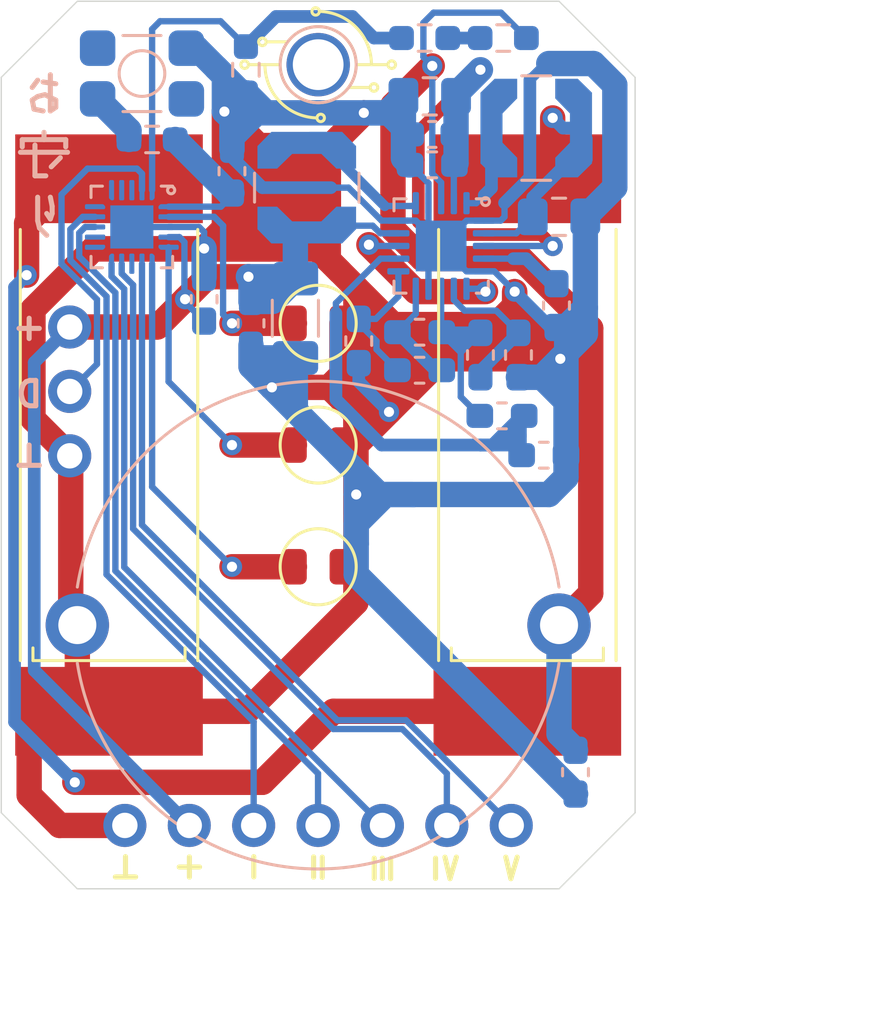
<source format=kicad_pcb>
(kicad_pcb (version 20211014) (generator pcbnew)
  (layers (0 "F.Cu" signal) (31 "B.Cu" signal) (34 "B.Paste" user) (35 "F.Paste" user) (36 "B.SilkS" user "B.Silkscreen") (37 "F.SilkS" user "F.Silkscreen") (38 "B.Mask" user) (39 "F.Mask" user) (44 "Edge.Cuts" user))
  (net 0 "")
  (net 1 "GND")
  (net 2 "Net-(C_ref1-Pad1)")
  (net 3 "Net-(L_bst1-Pad2)")
  (net 4 "Net-(J2-Pad5)")
  (net 5 "Net-(Sol_1-Pad2)")
  (net 6 "/Vsolar")
  (net 7 "/Vcc_ATTiny")
  (net 8 "/Vr_div")
  (net 9 "/Vbat_ok")
  (net 10 "Net-(J2-Pad6)")
  (net 11 "Net-(R_out1-Pad1)")
  (net 12 "Net-(R_ok1-Pad1)")
  (net 13 "Net-(R_ok2-Pad1)")
  (net 14 "/Vbat")
  (net 15 "/VCC_LED1")
  (net 16 "/VCC_LED2")
  (net 17 "Net-(L_bst2-Pad1)")
  (net 18 "Net-(R_ov1-Pad1)")
  (net 19 "/VCC_LED3")
  (net 20 "Net-(R_VDIV1_1-Pad2)")
  (net 21 "Net-(C_Reset1-Pad1)")
  (net 31 "Net-(J2-Pad7)")
  (net 32 "Net-(J2-Pad3)")
  (net 33 "Net-(J2-Pad4)")
  (net 34 "Net-(R_VDIV1_1-Pad1)")
  (net 35 "Net-(J1-Pad2)")
  (net 36 "/Interrupt")
  (net 37 "/Vstor")
  (footprint "own_footprints:KXOB25-05X3F" (layer "F.Cu") (at 33.25 30 -90)
    (fp_text reference "Sol_1" hide)
    (fp_text value "KXOB25-05X3F" hide)
  )
  (footprint "own_footprints:KXOB25-05X3F" (layer "F.Cu") (at 16.75 30 -90)
    (fp_text reference "Sol_2" hide)
    (fp_text value "KXOB25-05X3F")
  )
  (footprint "LED_SMD:LED_0805_2012Metric" (layer "F.Cu") (at 25 30 180)
    (fp_text reference "D2" hide)
    (fp_text value "LED" hide)
  )
  (footprint "LED_SMD:LED_0805_2012Metric" (layer "F.Cu") (at 25 25.2 180)
    (fp_text reference "D1" hide)
    (fp_text value "LED" hide)
  )
  (footprint "LED_SMD:LED_0805_2012Metric" (layer "F.Cu") (at 25 34.8 180)
    (fp_text reference "D3" hide)
    (fp_text value "LED" hide)
  )
  (footprint "Connector_PinHeader_2.54mm:PinHeader_1x07_P2.54mm_Vertical" (layer "F.Cu") (at 17.375 45 90)
    (fp_text reference "J2" hide)
    (fp_text value "Conn_01x07_Female" hide)
  )
  (footprint "Connector_Pin:Pin_D1.0mm_L10.0mm" (layer "F.Cu") (at 25 15)
    (fp_text reference "REF**" hide)
    (fp_text value "Pin_D1.0mm_L10.0mm" hide)
  )
  (footprint "own_footprints:Supercap_1F" (layer "B.Cu") (at 25 37.1)
    (fp_text reference "C_super1" hide)
    (fp_text value "1.5F" hide)
  )
  (footprint "Capacitor_SMD:C_0603_1608Metric_Pad1.05x0.95mm_HandSolder" (layer "B.Cu") (at 29.5 18.95 180)
    (fp_text reference "C_filter1" hide)
    (fp_text value "10nF" hide)
  )
  (footprint "Capacitor_SMD:C_0805_2012Metric_Pad1.18x1.45mm_HandSolder" (layer "B.Cu") (at 34.5 21)
    (fp_text reference "C_hvr1" hide)
    (fp_text value "22uF" hide)
  )
  (footprint "Capacitor_SMD:C_0603_1608Metric_Pad1.08x0.95mm_HandSolder" (layer "B.Cu") (at 34.4 24.5 -90)
    (fp_text reference "C_ref1" hide)
    (fp_text value "10nF" hide)
  )
  (footprint "Inductor_SMD:L_Coilcraft_LPS4018" (layer "B.Cu") (at 33.6 17.5 180)
    (fp_text reference "L_bst1" hide)
    (fp_text value "22uH" hide)
  )
  (footprint "Resistor_SMD:R_0603_1608Metric_Pad1.05x0.95mm_HandSolder" (layer "B.Cu") (at 29 25.55 180)
    (fp_text reference "R_ok3" hide)
    (fp_text value "3.71M" hide)
  )
  (footprint "Resistor_SMD:R_0603_1608Metric_Pad1.05x0.95mm_HandSolder" (layer "B.Cu") (at 29 27.05 180)
    (fp_text reference "R_ok2" hide)
    (fp_text value "3M" hide)
  )
  (footprint "Resistor_SMD:R_0603_1608Metric_Pad1.05x0.95mm_HandSolder" (layer "B.Cu") (at 26.6 25.9 -90)
    (fp_text reference "R_ok1" hide)
    (fp_text value "6.29M" hide)
  )
  (footprint "Resistor_SMD:R_0603_1608Metric_Pad1.05x0.95mm_HandSolder" (layer "B.Cu") (at 31.4 26.45 -90)
    (fp_text reference "R_ov2" hide)
    (fp_text value "8.71M" hide)
  )
  (footprint "Resistor_SMD:R_0603_1608Metric_Pad1.05x0.95mm_HandSolder" (layer "B.Cu") (at 32.9 26.45 -90)
    (fp_text reference "R_ov1" hide)
    (fp_text value "4.29M" hide)
  )
  (footprint "Resistor_SMD:R_0603_1608Metric_Pad1.05x0.95mm_HandSolder" (layer "B.Cu") (at 32.25 28.85)
    (fp_text reference "R_out2" hide)
    (fp_text value "4.26M" hide)
  )
  (footprint "Resistor_SMD:R_0603_1608Metric_Pad1.05x0.95mm_HandSolder" (layer "B.Cu") (at 33.9 30.4)
    (fp_text reference "R_out1" hide)
    (fp_text value "8.74M" hide)
  )
  (footprint "own_footprints:TS-1233" (layer "B.Cu") (at 18.05 15.35 180)
    (fp_text reference "U3" hide)
    (fp_text value "TS-1233" hide)
  )
  (footprint "Capacitor_SMD:C_0805_2012Metric_Pad1.18x1.45mm_HandSolder" (layer "B.Cu") (at 29.4 16.25 180)
    (fp_text reference "C_Stor1" hide)
    (fp_text value "22uF" hide)
  )
  (footprint "Capacitor_SMD:C_1206_3216Metric_Pad1.33x1.80mm_HandSolder" (layer "B.Cu") (at 24.1 25 -90)
    (fp_text reference "C_uC_Filter1" hide)
    (fp_text value "100uF" hide)
  )
  (footprint "Inductor_SMD:L_Coilcraft_LPS4018" (layer "B.Cu") (at 24.55 19.85 -90)
    (fp_text reference "L_bst2" hide)
    (fp_text value "10uH" hide)
  )
  (footprint "Package_DFN_QFN:QFN-20-1EP_3.5x3.5mm_P0.5mm_EP2x2mm" (layer "B.Cu") (at 29.85 22.15 180)
    (fp_text reference "U1" hide)
    (fp_text value "BQ25570" hide)
  )
  (footprint "Connector_PinHeader_2.54mm:PinHeader_1x03_P2.54mm_Vertical" (layer "B.Cu") (at 15.2 30.425)
    (fp_text reference "J1" hide)
    (fp_text value "Conn_01x03_Female" hide)
  )
  (footprint "Capacitor_SMD:C_0603_1608Metric_Pad1.08x0.95mm_HandSolder" (layer "B.Cu") (at 22.35 25.2 -90)
    (fp_text reference "C_uC_Filter2" hide)
    (fp_text value "10nF" hide)
  )
  (footprint "Resistor_SMD:R_0603_1608Metric_Pad0.98x0.95mm_HandSolder" (layer "B.Cu") (at 18.45 17.95)
    (fp_text reference "R_Reset1" hide)
    (fp_text value "10M" hide)
  )
  (footprint "Capacitor_SMD:C_0603_1608Metric_Pad1.08x0.95mm_HandSolder" (layer "B.Cu") (at 21.6 19.2 90)
    (fp_text reference "C_Reset1" hide)
    (fp_text value "0.1uF" hide)
  )
  (footprint "Capacitor_SMD:C_0603_1608Metric_Pad1.08x0.95mm_HandSolder" (layer "B.Cu") (at 29.5 17.75 180)
    (fp_text reference "C_filter2" hide)
    (fp_text value "100nF" hide)
  )
  (footprint "Resistor_SMD:R_0603_1608Metric_Pad0.98x0.95mm_HandSolder" (layer "B.Cu") (at 32.3 13.95)
    (fp_text reference "R_VDIV1_2" hide)
    (fp_text value "10M" hide)
  )
  (footprint "Resistor_SMD:R_0603_1608Metric_Pad0.98x0.95mm_HandSolder" (layer "B.Cu") (at 29.2 13.95)
    (fp_text reference "R_VDIV1_1" hide)
    (fp_text value "8.5M" hide)
  )
  (footprint "Capacitor_SMD:C_0603_1608Metric_Pad1.08x0.95mm_HandSolder" (layer "B.Cu") (at 35.15 42.9 -90)
    (fp_text reference "C_uC_Filter4" hide)
    (fp_text value "10nF" hide)
  )
  (footprint "Package_DFN_QFN:VQFN-20-1EP_3x3mm_P0.4mm_EP1.7x1.7mm" (layer "B.Cu") (at 17.65 21.4 180)
    (fp_text reference "U2" hide)
    (fp_text value "ATtiny1626" hide)
  )
  (footprint "Resistor_SMD:R_0603_1608Metric_Pad0.98x0.95mm_HandSolder" (layer "B.Cu") (at 22.15 15.2 -90)
    (fp_text reference "R_VDIV2" hide)
    (fp_text value "9M" hide)
  )
  (footprint "Capacitor_SMD:C_0603_1608Metric_Pad1.08x0.95mm_HandSolder" (layer "B.Cu") (at 20.5 24.25 90)
    (fp_text reference "C_uC_Filter3" hide)
    (fp_text value "100nF" hide)
  )
  (gr_line (start 13.6 30) (end 13.6 30.8) (layer "B.SilkS") (width 0.2))
  (gr_circle (center 31.6 20.4) (end 31.71 20.29) (layer "B.SilkS") (width 0.12) (fill none))
  (gr_circle (center 19.2 19.95) (end 19.3 19.85) (layer "B.SilkS") (width 0.12) (fill none))
  (gr_circle (center 25 15) (end 26.5 15) (layer "B.SilkS") (width 0.12) (fill none))
  (gr_line (start 13.2 30.8) (end 14 30.8) (layer "B.SilkS") (width 0.2))
  (gr_line (start 14 25.4) (end 13.2 25.4) (layer "B.SilkS") (width 0.2))
  (gr_line (start 13.6 25) (end 13.6 25.8) (layer "B.SilkS") (width 0.2))
  (gr_circle (center 24.9 12.9) (end 24.754112 12.888312) (layer "F.SilkS") (width 0.12) (fill none))
  (gr_circle (center 27.9 15) (end 27.75 15) (layer "F.SilkS") (width 0.12) (fill none))
  (gr_circle (center 27.2 15.9) (end 27.05 15.9) (layer "F.SilkS") (width 0.12) (fill none))
  (gr_line (start 23.8 14.1) (end 23 14.1) (layer "F.SilkS") (width 0.12))
  (gr_circle (center 25.1 17.1) (end 25.245888 17.111688) (layer "F.SilkS") (width 0.12) (fill none))
  (gr_line (start 23.5 15) (end 22.25 15) (layer "F.SilkS") (width 0.12))
  (gr_arc (start 24.900113 17.097623) (mid 23.480171 16.449179) (end 22.9 15) (layer "F.SilkS") (width 0.12))
  (gr_circle (center 22.8 14.1) (end 22.95 14.1) (layer "F.SilkS") (width 0.12) (fill none))
  (gr_line (start 24.82 46.24) (end 24.82 47.04) (layer "F.SilkS") (width 0.2))
  (gr_line (start 32.4 46.25) (end 32.6 47.1) (layer "F.SilkS") (width 0.2))
  (gr_line (start 29.63 46.29) (end 29.63 47.09) (layer "F.SilkS") (width 0.2))
  (gr_line (start 27.53 46.29) (end 27.53 47.09) (layer "F.SilkS") (width 0.2))
  (gr_line (start 27.86 46.3) (end 27.86 47.1) (layer "F.SilkS") (width 0.2))
  (gr_circle (center 25 15) (end 26.5 15) (layer "F.SilkS") (width 0.12) (fill none))
  (gr_line (start 32.6 47.1) (end 32.85 46.25) (layer "F.SilkS") (width 0.2))
  (gr_circle (center 25 30) (end 26.5 30) (layer "F.SilkS") (width 0.12) (fill none))
  (gr_arc (start 25.099887 12.902377) (mid 26.519829 13.550821) (end 27.1 15) (layer "F.SilkS") (width 0.12))
  (gr_circle (center 22.1 15) (end 21.95 15) (layer "F.SilkS") (width 0.12) (fill none))
  (gr_line (start 27.21 46.29) (end 27.21 47.09) (layer "F.SilkS") (width 0.2))
  (gr_line (start 22.46 46.23) (end 22.46 47.03) (layer "F.SilkS") (width 0.2))
  (gr_line (start 26.5 15) (end 27.75 15) (layer "F.SilkS") (width 0.12))
  (gr_line (start 30.2 47.1) (end 30.45 46.25) (layer "F.SilkS") (width 0.2))
  (gr_line (start 30 46.25) (end 30.2 47.1) (layer "F.SilkS") (width 0.2))
  (gr_circle (center 25 25.2) (end 26.5 25.2) (layer "F.SilkS") (width 0.12) (fill none))
  (gr_line (start 26.2 15.9) (end 27 15.9) (layer "F.SilkS") (width 0.12))
  (gr_line (start 19.92 46.24) (end 19.92 47.04) (layer "F.SilkS") (width 0.2))
  (gr_circle (center 25 34.8) (end 26.5 34.8) (layer "F.SilkS") (width 0.12) (fill none))
  (gr_line (start 20.32 46.64) (end 19.52 46.64) (layer "F.SilkS") (width 0.2))
  (gr_line (start 25.16 46.25) (end 25.16 47.05) (layer "F.SilkS") (width 0.2))
  (gr_line (start 17 47.03) (end 17.8 47.03) (layer "F.SilkS") (width 0.2))
  (gr_line (start 17.4 46.23) (end 17.4 47.03) (layer "F.SilkS") (width 0.2))
  (gr_line (start 12.5 44.5) (end 12.5 15.5) (layer "Edge.Cuts") (width 0.05))
  (gr_line (start 34.5 47.5) (end 15.5 47.5) (layer "Edge.Cuts") (width 0.05))
  (gr_line (start 37.5 15.5) (end 37.5 44.5) (layer "Edge.Cuts") (width 0.05))
  (gr_line (start 37.5 44.5) (end 34.5 47.5) (layer "Edge.Cuts") (width 0.05))
  (gr_line (start 12.5 15.5) (end 15.5 12.5) (layer "Edge.Cuts") (width 0.05))
  (gr_line (start 15.5 12.5) (end 34.5 12.5) (layer "Edge.Cuts") (width 0.05))
  (gr_line (start 15.5 47.5) (end 12.5 44.5) (layer "Edge.Cuts") (width 0.05))
  (gr_line (start 34.5 12.5) (end 37.5 15.5) (layer "Edge.Cuts") (width 0.05))
  (gr_text "お\n守\nり" (at 14.15 18.7) (layer "B.SilkS") (effects (font (size 1.5 1.5) (thickness 0.2)) (justify mirror)))
  (gr_text "D" (at 13.6 28) (layer "B.SilkS") (effects (font (size 1 1) (thickness 0.2)) (justify mirror)))
  (segment (start 22.62404 20.65) (end 24.23702 22.26298) (width 1) (layer "F.Cu") (net 1))
  (segment (start 26.4875 29.48648) (end 26.4875 28.7625) (width 1) (layer "F.Cu") (net 1))
  (segment (start 32.75 24.515685) (end 32.015685 25.25) (width 1) (layer "F.Cu") (net 1))
  (segment (start 28.032748 26) (end 28.141374 25.891374) (width 1) (layer "F.Cu") (net 1))
  (segment (start 13.750489 24.649511) (end 15.875 22.525) (width 1) (layer "F.Cu") (net 1))
  (segment (start 25.510563 18.189437) (end 24.310563 18.189437) (width 1) (layer "F.Cu") (net 1))
  (segment (start 21.3 16.85) (end 21.38702 16.93702) (width 1) (layer "F.Cu") (net 1))
  (segment (start 16.13702 22.26298) (end 16.05 22.35) (width 1) (layer "F.Cu") (net 1))
  (segment (start 13.750489 24.649511) (end 13.750489 28.975489) (width 1) (layer "F.Cu") (net 1))
  (segment (start 21.38702 16.93702) (end 21.38702 17.98702) (width 1) (layer "F.Cu") (net 1))
  (segment (start 29.5 25.75) (end 33.7 25.75) (width 1) (layer "F.Cu") (net 1))
  (segment (start 14.5 40.5) (end 13.6 41.4) (width 1) (layer "F.Cu") (net 1))
  (segment (start 18.01298 22.26298) (end 24.96298 22.26298) (width 1) (layer "F.Cu") (net 1))
  (segment (start 13.6 41.4) (end 13.6 43.8) (width 1) (layer "F.Cu") (net 1))
  (segment (start 22.3 17.85) (end 21.3 16.85) (width 1) (layer "F.Cu") (net 1))
  (segment (start 23.175 27.725) (end 25.425 27.725) (width 1) (layer "F.Cu") (net 1))
  (segment (start 15.5 39.25) (end 16.75 40.5) (width 1) (layer "F.Cu") (net 1))
  (segment (start 32.015685 25.25) (end 30.75 25.25) (width 1) (layer "F.Cu") (net 1))
  (segment (start 22.2 40.5) (end 16.75 40.5) (width 1) (layer "F.Cu") (net 1))
  (segment (start 23.339437 18.189437) (end 25.4 20.25) (width 1) (layer "F.Cu") (net 1))
  (segment (start 15.5 37.25) (end 15.5 39.25) (width 1) (layer "F.Cu") (net 1))
  (segment (start 25.425 27.725) (end 25.45 27.725) (width 1) (layer "F.Cu") (net 1))
  (segment (start 25.9375 27.2125) (end 25.9375 25.2) (width 1) (layer "F.Cu") (net 1))
  (segment (start 15.875 22.525) (end 16.13702 22.26298) (width 1) (layer "F.Cu") (net 1))
  (segment (start 26.825 27.725) (end 27.79375 28.69375) (width 1) (layer "F.Cu") (net 1))
  (segment (start 21.3 16.85) (end 21.3 21.45) (width 1) (layer "F.Cu") (net 1))
  (segment (start 27.79375 28.69375) (end 26.4875 30) (width 1) (layer "F.Cu") (net 1))
  (segment (start 26.4875 27.25) (end 26.4875 29.48648) (width 1) (layer "F.Cu") (net 1))
  (segment (start 23.06298 22.26298) (end 20.58702 22.26298) (width 1) (layer "F.Cu") (net 1))
  (segment (start 26.4875 27.545247) (end 27.766373 26.266373) (width 1) (layer "F.Cu") (net 1))
  (segment (start 25.4 19.278874) (end 25.4 18.3) (width 1) (layer "F.Cu") (net 1))
  (segment (start 21.38702 17.98702) (end 24.6 21.2) (width 1) (layer "F.Cu") (net 1))
  (segment (start 27.766373 26.266373) (end 28.141374 25.891374) (width 1) (layer "F.Cu") (net 1))
  (segment (start 25.425 27.725) (end 26.825 27.725) (width 1) (layer "F.Cu") (net 1))
  (segment (start 22.639437 18.189437) (end 22.3 17.85) (width 1) (layer "F.Cu") (net 1))
  (segment (start 15.24 30.48) (end 15.24 36.99) (width 1) (layer "F.Cu") (net 1))
  (segment (start 15.875 22.525) (end 16.05 22.35) (width 1) (layer "F.Cu") (net 1))
  (segment (start 25.4 19.278874) (end 24.310563 18.189437) (width 1) (layer "F.Cu") (net 1))
  (segment (start 29.8875 26.6) (end 27.79375 28.69375) (width 1) (layer "F.Cu") (net 1))
  (segment (start 25.4 21.1) (end 24.6 21.9) (width 1) (layer "F.Cu") (net 1))
  (segment (start 14.8 45) (end 17.375 45) (width 1) (layer "F.Cu") (net 1))
  (segment (start 33.7 25.75) (end 34.55 26.6) (width 1) (layer "F.Cu") (net 1))
  (segment (start 23.06298 22.26298) (end 21.38702 22.26298) (width 1) (layer "F.Cu") (net 1))
  (segment (start 25.4 22.7) (end 25.4 19.278874) (width 1) (layer "F.Cu") (net 1))
  (segment (start 32.015685 25.25) (end 33.2 25.25) (width 1) (layer "F.Cu") (net 1))
  (segment (start 13.750489 28.975489) (end 15.2 30.425) (width 1) (layer "F.Cu") (net 1))
  (segment (start 25.85 23.15) (end 25.4 22.7) (width 1) (layer "F.Cu") (net 1))
  (segment (start 23.339437 18.189437) (end 22.639437 18.189437) (width 1) (layer "F.Cu") (net 1))
  (segment (start 24.310563 18.189437) (end 23.339437 18.189437) (width 1) (layer "F.Cu") (net 1))
  (segment (start 21.38702 18.68702) (end 21.38702 22.26298) (width 1) (layer "F.Cu") (net 1))
  (segment (start 24.6 21.9) (end 24.23702 22.26298) (width 1) (layer "F.Cu") (net 1))
  (segment (start 24.23702 22.26298) (end 23.06298 22.26298) (width 1) (layer "F.Cu") (net 1))
  (segment (start 22.2 19.5) (end 22.2 20.65) (width 1) (layer "F.Cu") (net 1))
  (segment (start 34.55 26.6) (end 29.8875 26.6) (width 1) (layer "F.Cu") (net 1))
  (segment (start 26.4875 28.7625) (end 26.4875 29.50248) (width 1) (layer "F.Cu") (net 1))
  (segment (start 16.75 40.5) (end 14.5 40.5) (width 1) (layer "F.Cu") (net 1))
  (segment (start 26.4875 36.2125) (end 22.2 40.5) (width 1) (layer "F.Cu") (net 1))
  (segment (start 26.4875 36.2125) (end 26.4875 23.7875) (width 1) (layer "F.Cu") (net 1))
  (segment (start 30.75 25.25) (end 28.782747 25.25) (width 1) (layer "F.Cu") (net 1))
  (segment (start 25.4 19.278874) (end 25.4 21.1) (width 1) (layer "F.Cu") (net 1))
  (segment (start 25.4 20.95) (end 22.3 17.85) (width 1) (layer "F.Cu") (net 1))
  (segment (start 26.8 16.9) (end 25.510563 18.189437) (width 1) (layer "F.Cu") (net 1))
  (segment (start 28.141374 25.891374) (end 28.782747 25.25) (width 1) (layer "F.Cu") (net 1))
  (segment (start 21.38702 22.26298) (end 18.01298 22.26298) (width 1) (layer "F.Cu") (net 1))
  (segment (start 32.75 23.95) (end 32.75 24.8) (width 1) (layer "F.Cu") (net 1))
  (segment (start 25.4 18.3) (end 26.8 16.9) (width 1) (layer "F.Cu") (net 1))
  (segment (start 22.2 21.6) (end 24.3 21.6) (width 1) (layer "F.Cu") (net 1))
  (segment (start 24.96298 22.26298) (end 25.4 22.7) (width 1) (layer "F.Cu") (net 1))
  (segment (start 24.3 21.6) (end 24.6 21.9) (width 1) (layer "F.Cu") (net 1))
  (segment (start 24.96298 22.26298) (end 25.85 23.15) (width 1) (layer "F.Cu") (net 1))
  (segment (start 25.45 27.725) (end 26.4875 28.7625) (width 1) (layer "F.Cu") (net 1))
  (segment (start 25.425 27.725) (end 25.9375 27.2125) (width 1) (layer "F.Cu") (net 1))
  (segment (start 16.13702 22.26298) (end 24.96298 22.26298) (width 1) (layer "F.Cu") (net 1))
  (segment (start 13.6 43.8) (end 14.8 45) (width 1) (layer "F.Cu") (net 1))
  (segment (start 26.4875 26) (end 26.4875 23.7875) (width 1) (layer "F.Cu") (net 1))
  (segment (start 24.6 21.2) (end 24.6 21.9) (width 1) (layer "F.Cu") (net 1))
  (segment (start 26.4875 28.7625) (end 29.5 25.75) (width 1) (layer "F.Cu") (net 1))
  (segment (start 26.4875 23.7875) (end 25.85 23.15) (width 1) (layer "F.Cu") (net 1))
  (segment (start 22.2 20.65) (end 22.2 21.6) (width 1) (layer "F.Cu") (net 1))
  (segment (start 18.01298 22.26298) (end 16.13702 22.26298) (width 1) (layer "F.Cu") (net 1))
  (segment (start 22.025 19.325) (end 21.38702 18.68702) (width 1) (layer "F.Cu") (net 1))
  (segment (start 26.4875 30) (end 26.4875 27.545247) (width 1) (layer "F.Cu") (net 1))
  (segment (start 15.24 36.99) (end 15.5 37.25) (width 1) (layer "F.Cu") (net 1))
  (segment (start 32.75 24.8) (end 33.7 25.75) (width 1) (layer "F.Cu") (net 1))
  (segment (start 24.6 21.9) (end 25.4 22.7) (width 1) (layer "F.Cu") (net 1))
  (segment (start 30.75 25.25) (end 26.625 25.25) (width 1) (layer "F.Cu") (net 1))
  (segment (start 27.95 25.25) (end 28.782747 25.25) (width 1) (layer "F.Cu") (net 1))
  (segment (start 32.75 23.95) (end 32.75 24.515685) (width 1) (layer "F.Cu") (net 1))
  (segment (start 26.4875 26) (end 28.032748 26) (width 1) (layer "F.Cu") (net 1))
  (segment (start 22.025 19.325) (end 22.2 19.5) (width 1) (layer "F.Cu") (net 1))
  (segment (start 26.4875 32.75) (end 26.4875 27.25) (width 1) (layer "F.Cu") (net 1))
  (segment (start 21.38702 17.98702) (end 21.38702 18.68702) (width 1) (layer "F.Cu") (net 1))
  (segment (start 26.4875 23.7875) (end 27.95 25.25) (width 1) (layer "F.Cu") (net 1))
  (segment (start 21.3 21.45) (end 20.5 22.25) (width 1) (layer "F.Cu") (net 1))
  (segment (start 25.4 21.1) (end 25.4 20.95) (width 1) (layer "F.Cu") (net 1))
  (segment (start 24.6 21.9) (end 22.025 19.325) (width 1) (layer "F.Cu") (net 1))
  (segment (start 22.2 20.65) (end 22.62404 20.65) (width 1) (layer "F.Cu") (net 1))
  (segment (start 25.4 20.25) (end 25.4 21.1) (width 1) (layer "F.Cu") (net 1))
  (segment (start 33.2 25.25) (end 33.7 25.75) (width 1) (layer "F.Cu") (net 1))
  (via (at 20.5 22.25) (size 0.8) (drill 0.4) (layers "F.Cu" "B.Cu") (net 1))
  (via (at 27.79375 28.69375) (size 0.8) (drill 0.4) (layers "F.Cu" "B.Cu") (net 1))
  (via (at 26.5 31.95) (size 0.8) (drill 0.4) (layers "F.Cu" "B.Cu") (net 1))
  (via (at 23.175 27.725) (size 0.8) (drill 0.4) (layers "F.Cu" "B.Cu") (net 1))
  (via (at 26.8 16.9) (size 0.8) (drill 0.4) (layers "F.Cu" "B.Cu") (net 1))
  (via (at 21.3 16.85) (size 0.8) (drill 0.4) (layers "F.Cu" "B.Cu") (net 1))
  (via (at 32.75 23.95) (size 0.8) (drill 0.4) (layers "F.Cu" "B.Cu") (net 1))
  (via (at 34.55 26.6) (size 0.8) (drill 0.4) (layers "F.Cu" "B.Cu") (net 1))
  (segment (start 22.8125 26.5625) (end 22.8125 26.6125) (width 1) (layer "B.Cu") (net 1))
  (segment (start 34.775 30.4) (end 34.775 31.275) (width 1) (layer "B.Cu") (net 1))
  (segment (start 26.5 31.05) (end 25.825 30.375) (width 1) (layer "B.Cu") (net 1))
  (segment (start 22.8125 26.6125) (end 24.1 27.9) (width 1) (layer "B.Cu") (net 1))
  (segment (start 33.35 15.6) (end 33.35 19.45) (width 0.5) (layer "B.Cu") (net 1))
  (segment (start 32.2 21.15) (end 31.5375 21.15) (width 0.25) (layer "B.Cu") (net 1))
  (segment (start 26.6 26.775) (end 26.6 27.5) (width 0.5) (layer "B.Cu") (net 1))
  (segment (start 15.5 37.35) (end 15.5 37.25) (width 1) (layer "B.Cu") (net 1))
  (segment (start 24.1 27.9) (end 24.1 28.65) (width 1) (layer "B.Cu") (net 1))
  (segment (start 22.35 26.9) (end 22.35 26.0625) (width 1) (layer "B.Cu") (net 1))
  (segment (start 27.4 31.95) (end 28.75 31.95) (width 1) (layer "B.Cu") (net 1))
  (segment (start 34.775 28.275) (end 33.825 27.325) (width 1) (layer "B.Cu") (net 1))
  (segment (start 28.3625 16.25) (end 28.3625 18.6875) (width 1) (layer "B.Cu") (net 1))
  (segment (start 21.3 16.85) (end 22.6 16.85) (width 1) (layer "B.Cu") (net 1))
  (segment (start 34.775 26.375) (end 34.55 26.6) (width 1) (layer "B.Cu") (net 1))
  (segment (start 26.5 33.9) (end 26.5 31.95) (width 1) (layer "B.Cu") (net 1))
  (segment (start 35.5375 25.6125) (end 34.55 26.6) (width 1) (layer "B.Cu") (net 1))
  (segment (start 15.5 37.25) (end 14.95 36.7) (width 1) (layer "B.Cu") (net 1))
  (segment (start 33.99452 14.95548) (end 34.09452 14.95548) (width 0.25) (layer "B.Cu") (net 1))
  (segment (start 34.775 28.275) (end 34.775 26.375) (width 1) (layer "B.Cu") (net 1))
  (segment (start 22.15 16.1125) (end 21.9625 16.1125) (width 1) (layer "B.Cu") (net 1))
  (segment (start 36.7 15.8) (end 35.85548 14.95548) (width 1) (layer "B.Cu") (net 1))
  (segment (start 21.6 18.3375) (end 21.6 16.6625) (width 1) (layer "B.Cu") (net 1))
  (segment (start 28.925 18.925) (end 28.9 18.9) (width 0.25) (layer "B.Cu") (net 1))
  (segment (start 29.35 19.675) (end 28.625 18.95) (width 0.25) (layer "B.Cu") (net 1))
  (segment (start 21.6 16.6625) (end 22.15 16.1125) (width 1) (layer "B.Cu") (net 1))
  (segment (start 33.85 27.325) (end 32.9 27.325) (width 1) (layer "B.Cu") (net 1))
  (segment (start 31.5375 23.15) (end 30.85 23.15) (width 0.25) (layer "B.Cu") (net 1))
  (segment (start 32.75 23.95) (end 34.55 25.75) (width 0.5) (layer "B.Cu") (net 1))
  (segment (start 26.6 27.5) (end 27.79375 28.69375) (width 0.5) (layer "B.Cu") (net 1))
  (segment (start 35.5375 21) (end 35.5375 24.5875) (width 1) (layer "B.Cu") (net 1))
  (segment (start 26.8 16.9) (end 27.7125 16.9) (width 1) (layer "B.Cu") (net 1))
  (segment (start 35.15 43.758725) (end 26.5 35.108725) (width 1) (layer "B.Cu") (net 1))
  (segment (start 26.5 33.1) (end 27.65 31.95) (width 1) (layer "B.Cu") (net 1))
  (segment (start 35.5125 21.025) (end 35.5375 21) (width 1) (layer "B.Cu") (net 1))
  (segment (start 26.5 33.9) (end 26.5 33.1) (width 1) (layer "B.Cu") (net 1))
  (segment (start 23.175 27.725) (end 22.35 26.9) (width 1) (layer "B.Cu") (net 1))
  (segment (start 22.8125 26.5625) (end 24.1 26.5625) (width 1) (layer "B.Cu") (net 1))
  (segment (start 24.1 26.5625) (end 24.1 27.9) (width 1) (layer "B.Cu") (net 1))
  (segment (start 34.4 25.3625) (end 34.7625 25.3625) (width 1) (layer "B.Cu") (net 1))
  (segment (start 21.6 17.15) (end 21.6 18.3375) (width 1) (layer "B.Cu") (net 1))
  (segment (start 34.775 30.4) (end 34.775 28.275) (width 1) (layer "B.Cu") (net 1))
  (segment (start 21.3 15.45) (end 21.3 16.85) (width 1) (layer "B.Cu") (net 1))
  (segment (start 27.5 21.15) (end 26.2 19.85) (width 0.25) (layer "B.Cu") (net 1))
  (segment (start 33.35 15.6) (end 33.99452 14.95548) (width 0.4) (layer "B.Cu") (net 1))
  (segment (start 29.35 20.4625) (end 29.35 19.675) (width 0.25) (layer "B.Cu") (net 1))
  (segment (start 35.85548 14.95548) (end 34.09452 14.95548) (width 1) (layer "B.Cu") (net 1))
  (segment (start 24.1 28.65) (end 24.175 28.725) (width 1) (layer "B.Cu") (net 1))
  (segment (start 21.6 18.65) (end 22.8 19.85) (width 0.5) (layer "B.Cu") (net 1))
  (segment (start 31.95 23.15) (end 31.5375 23.15) (width 0.25) (layer "B.Cu") (net 1))
  (segment (start 22.6 16.85) (end 21.6 17.85) (width 1) (layer "B.Cu") (net 1))
  (segment (start 25.825 30.375) (end 24.175 28.725) (width 1) (layer "B.Cu") (net 1))
  (segment (start 26.5 35.108725) (end 26.5 33.9) (width 1) (layer "B.Cu") (net 1))
  (segment (start 34.775 31.275) (end 34.1 31.95) (width 1) (layer "B.Cu") (net 1))
  (segment (start 33.35 19.45) (end 32.35 20.45) (width 0.5) (layer "B.Cu") (net 1))
  (segment (start 32.9 27.325) (end 33.825 27.325) (width 1) (layer "B.Cu") (net 1))
  (segment (start 19.23 21.4) (end 17.78 21.4) (width 0.25) (layer "B.Cu") (net 1))
  (segment (start 29.35 20.4625) (end 29.35 21.65) (width 0.25) (layer "B.Cu") (net 1))
  (segment (start 27.5 21.15) (end 28.1625 21.15) (width 0.25) (layer "B.Cu") (net 1))
  (segment (start 35.15 43.7625) (end 35.15 43.758725) (width 1) (layer "B.Cu") (net 1))
  (segment (start 29.35 23.8375) (end 29.35 22.65) (width 0.25) (layer "B.Cu") (net 1))
  (segment (start 26.5 31.95) (end 26.5 31.05) (width 1) (layer "B.Cu") (net 1))
  (segment (start 32.35 20.45) (end 32.35 21) (width 0.25) (layer "B.Cu") (net 1))
  (segment (start 34.5 26.65) (end 34.55 26.6) (width 1) (layer "B.Cu") (net 1))
  (segment (start 20.975 15.125) (end 20.2 14.35) (width 1) (layer "B.Cu") (net 1))
  (segment (start 21.9625 16.1125) (end 20.975 15.125) (width 1) (layer "B.Cu") (net 1))
  (segment (start 21.3 16.85) (end 21.6 17.15) (width 1) (layer "B.Cu") (net 1))
  (segment (start 25.825 30.375) (end 27.4 31.95) (width 1) (layer "B.Cu") (net 1))
  (segment (start 26.2 19.85) (end 25.5 19.85) (width 0.25) (layer "B.Cu") (net 1))
  (segment (start 22.8 19.85) (end 25.5 19.85) (width 0.5) (layer "B.Cu") (net 1))
  (segment (start 32.35 21) (end 32.2 21.15) (width 0.25) (layer "B.Cu") (net 1))
  (segment (start 21.6 17.85) (end 21.6 18.3375) (width 1) (layer "B.Cu") (net 1))
  (segment (start 36.7 15.8) (end 36.7 19.8375) (width 1) (layer "B.Cu") (net 1))
  (segment (start 27.7875 16.9) (end 28.6375 17.75) (width 1) (layer "B.Cu") (net 1))
  (segment (start 22.15 16.1125) (end 22.8875 16.85) (width 1) (layer "B.Cu") (net 1))
  (segment (start 21.3 16.85) (end 21.4125 16.85) (width 1) (layer "B.Cu") (net 1))
  (segment (start 28.85 21.15) (end 29.85 22.15) (width 0.25) (layer "B.Cu") (net 1))
  (segment (start 36.7 19.8375) (end 35.5375 21) (width 1) (layer "B.Cu") (net 1))
  (segment (start 20.2 14.35) (end 19.8 14.35) (width 1) (layer "B.Cu") (net 1))
  (segment (start 24.175 28.725) (end 23.175 27.725) (width 1) (layer "B.Cu") (net 1))
  (segment (start 33.825 27.325) (end 34.55 26.6) (width 1) (layer "B.Cu") (net 1))
  (segment (start 31.5375 21.15) (end 30.85 21.15) (width 0.25) (layer "B.Cu") (net 1))
  (segment (start 30.85 23.15) (end 29.85 22.15) (width 0.25) (layer "B.Cu") (net 1))
  (segment (start 21.6 18.3375) (end 21.6 18.65) (width 0.25) (layer "B.Cu") (net 1))
  (segment (start 28.1625 21.15) (end 28.85 21.15) (width 0.25) (layer "B.Cu") (net 1))
  (segment (start 20.3 21.4) (end 20.5 21.6) (width 0.25) (layer "B.Cu") (net 1))
  (segment (start 20.975 15.125) (end 21.3 15.45) (width 1) (layer "B.Cu") (net 1))
  (segment (start 35.5375 24.5875) (end 35.5375 25.6125) (width 1) (layer "B.Cu") (net 1))
  (segment (start 30.85 21.15) (end 29.85 22.15) (width 0.25) (layer "B.Cu") (net 1))
  (segment (start 21.4125 16.85) (end 22.15 16.1125) (width 1) (layer "B.Cu") (net 1))
  (segment (start 26.8 16.9) (end 27.7875 16.9) (width 1) (layer "B.Cu") (net 1))
  (segment (start 26.8 16.9) (end 22.55 16.9) (width 1) (layer "B.Cu") (net 1))
  (segment (start 34.1 31.95) (end 28.75 31.95) (width 1) (layer "B.Cu") (net 1))
  (segment (start 19.1 21.4) (end 20.3 21.4) (width 0.25) (layer "B.Cu") (net 1))
  (segment (start 32.75 23.95) (end 31.95 23.15) (width 0.25) (layer "B.Cu") (net 1))
  (segment (start 28.75 31.95) (end 27.65 31.95) (width 1) (layer "B.Cu") (net 1))
  (segment (start 26.625 27.05) (end 26.575 27) (width 0.5) (layer "B.Cu") (net 1))
  (segment (start 29.35 22.65) (end 29.85 22.15) (width 0.25) (layer "B.Cu") (net 1))
  (segment (start 20.5 21.6) (end 20.5 22.25) (width 0.25) (layer "B.Cu") (net 1))
  (segment (start 28.3625 18.6875) (end 28.625 18.95) (width 1) (layer "B.Cu") (net 1))
  (segment (start 20.5 22.25) (end 20.5 23.3875) (width 1) (layer "B.Cu") (net 1))
  (segment (start 27.65 31.95) (end 26.5 31.95) (width 1) (layer "B.Cu") (net 1))
  (segment (start 28.625 18.95) (end 28.55 18.95) (width 1) (layer "B.Cu") (net 1))
  (segment (start 34.7625 25.3625) (end 35.5375 24.5875) (width 1) (layer "B.Cu") (net 1))
  (segment (start 27.7125 16.9) (end 28.3625 16.25) (width 1) (layer "B.Cu") (net 1))
  (segment (start 29.35 21.65) (end 29.85 22.15) (width 0.25) (layer "B.Cu") (net 1))
  (segment (start 34.55 25.75) (end 34.55 26.6) (width 0.5) (layer "B.Cu") (net 1))
  (segment (start 22.55 16.9) (end 21.6 17.85) (width 1) (layer "B.Cu") (net 1))
  (segment (start 34.4 23.6375) (end 34.1875 23.6375) (width 0.5) (layer "B.Cu") (net 2))
  (segment (start 33.2 22.65) (end 32.7 22.65) (width 0.5) (layer "B.Cu") (net 2))
  (segment (start 31.5375 22.65) (end 32.7 22.65) (width 0.25) (layer "B.Cu") (net 2))
  (segment (start 34.1875 23.6375) (end 33.2 22.65) (width 0.5) (layer "B.Cu") (net 2))
  (segment (start 31.2375 20.4625) (end 31.55 20.15) (width 0.25) (layer "B.Cu") (net 3))
  (segment (start 30.85 20.4625) (end 31.2375 20.4625) (width 0.25) (layer "B.Cu") (net 3))
  (segment (start 31.835 19.865) (end 31.55 20.15) (width 0.5) (layer "B.Cu") (net 3))
  (segment (start 31.835 19.4775) (end 31.835 17.5) (width 0.5) (layer "B.Cu") (net 3))
  (segment (start 31.835 19.4775) (end 31.835 19.865) (width 0.5) (layer "B.Cu") (net 3))
  (segment (start 16.85 23.35) (end 17.35096 23.85096) (width 0.25) (layer "B.Cu") (net 4))
  (segment (start 17.35096 23.85096) (end 17.350961 34.815961) (width 0.25) (layer "B.Cu") (net 4))
  (segment (start 16.85 22.85) (end 16.85 23.35) (width 0.25) (layer "B.Cu") (net 4))
  (segment (start 17.350961 34.815961) (end 27.535 45) (width 0.25) (layer "B.Cu") (net 4))
  (segment (start 33.25 40.5) (end 33.85 40.5) (width 1) (layer "F.Cu") (net 5))
  (segment (start 13.5 23.3) (end 13.5 21.25) (width 1) (layer "F.Cu") (net 5))
  (segment (start 22.8 43.3) (end 15.4 43.3) (width 1) (layer "F.Cu") (net 5))
  (segment (start 13.5 21.25) (end 15.25 19.5) (width 1) (layer "F.Cu") (net 5))
  (segment (start 15.25 19.5) (end 16.75 19.5) (width 1) (layer "F.Cu") (net 5))
  (segment (start 25.6 40.5) (end 22.8 43.3) (width 1) (layer "F.Cu") (net 5))
  (segment (start 33.25 40.5) (end 25.6 40.5) (width 1) (layer "F.Cu") (net 5))
  (via (at 13.5 23.3) (size 0.8) (drill 0.4) (layers "F.Cu" "B.Cu") (net 5))
  (via (at 15.4 43.3) (size 0.8) (drill 0.4) (layers "F.Cu" "B.Cu") (net 5))
  (segment (start 13.02452 40.92452) (end 13.02452 23.77548) (width 0.5) (layer "B.Cu") (net 5))
  (segment (start 13.02452 23.77548) (end 13.5 23.3) (width 0.5) (layer "B.Cu") (net 5))
  (segment (start 15.4 43.3) (end 13.02452 40.92452) (width 0.5) (layer "B.Cu") (net 5))
  (segment (start 34.25 18.5) (end 33.25 19.5) (width 1) (layer "F.Cu") (net 6))
  (segment (start 34.25 17.1) (end 34.25 18.5) (width 1) (layer "F.Cu") (net 6))
  (via (at 34.25 17.1) (size 0.8) (drill 0.4) (layers "F.Cu" "B.Cu") (net 6))
  (segment (start 33.4625 21) (end 33.4625 20.7875) (width 1) (layer "B.Cu") (net 6))
  (segment (start 35.7 18.7625) (end 35.7 17.9) (width 0.25) (layer "B.Cu") (net 6))
  (segment (start 35.365 17.5) (end 34.65 17.5) (width 0.5) (layer "B.Cu") (net 6))
  (segment (start 33.4625 21) (end 33.4625 20.2375) (width 0.5) (layer "B.Cu") (net 6))
  (segment (start 32.8125 21.65) (end 33.4625 21) (width 0.25) (layer "B.Cu") (net 6))
  (segment (start 33.4625 20.2375) (end 35.365 18.335) (width 0.5) (layer "B.Cu") (net 6))
  (segment (start 31.5375 21.65) (end 32.8125 21.65) (width 0.25) (layer "B.Cu") (net 6))
  (segment (start 34.65 17.5) (end 34.25 17.1) (width 0.5) (layer "B.Cu") (net 6))
  (segment (start 35.365 18.335) (end 35.365 17.5) (width 0.5) (layer "B.Cu") (net 6))
  (segment (start 15.2 25.345) (end 18.655 25.345) (width 1) (layer "F.Cu") (net 7))
  (segment (start 22.25 23.3625) (end 20.6375 23.3625) (width 1) (layer "F.Cu") (net 7))
  (segment (start 18.655 25.345) (end 19.75 24.25) (width 1) (layer "F.Cu") (net 7))
  (segment (start 20.6375 23.3625) (end 19.75 24.25) (width 1) (layer "F.Cu") (net 7))
  (via (at 19.75 24.25) (size 0.8) (drill 0.4) (layers "F.Cu" "B.Cu") (net 7))
  (via (at 22.25 23.3625) (size 0.8) (drill 0.4) (layers "F.Cu" "B.Cu") (net 7))
  (segment (start 23.2 24.3375) (end 24.1 23.4375) (width 1) (layer "B.Cu") (net 7))
  (segment (start 24.55 21.615) (end 24.815 21.35) (width 0.25) (layer "B.Cu") (net 7))
  (segment (start 22.35 23.4625) (end 22.25 23.3625) (width 1) (layer "B.Cu") (net 7))
  (segment (start 13.8 26.745) (end 15.2 25.345) (width 0.5) (layer "B.Cu") (net 7))
  (segment (start 24.1 23.4375) (end 24.1 22.065) (width 1) (layer "B.Cu") (net 7))
  (segment (start 19.75 24.25) (end 19.75 24.3625) (width 0.25) (layer "B.Cu") (net 7))
  (segment (start 23.8 23.3625) (end 22.25 23.3625) (width 1) (layer "B.Cu") (net 7))
  (segment (start 19.72452 21.99904) (end 19.72452 24.22452) (width 0.25) (layer "B.Cu") (net 7))
  (segment (start 19.1 21.8) (end 19.52548 21.8) (width 0.25) (layer "B.Cu") (net 7))
  (segment (start 13.8 38.885) (end 13.8 26.745) (width 0.5) (layer "B.Cu") (net 7))
  (segment (start 22.35 24.3375) (end 22.35 23.4625) (width 1) (layer "B.Cu") (net 7))
  (segment (start 19.72452 24.22452) (end 19.75 24.25) (width 0.25) (layer "B.Cu") (net 7))
  (segment (start 22.35 24.3375) (end 23.2 24.3375) (width 1) (layer "B.Cu") (net 7))
  (segment (start 19.52548 21.8) (end 19.72452 21.99904) (width 0.25) (layer "B.Cu") (net 7))
  (segment (start 24.1 22.065) (end 24.55 21.615) (width 0.25) (layer "B.Cu") (net 7))
  (segment (start 27.45 21.65) (end 28.1625 21.65) (width 0.25) (layer "B.Cu") (net 7))
  (segment (start 24.815 21.35) (end 27.15 21.35) (width 0.25) (layer "B.Cu") (net 7))
  (segment (start 19.915 45) (end 13.8 38.885) (width 0.5) (layer "B.Cu") (net 7))
  (segment (start 27.15 21.35) (end 27.45 21.65) (width 0.25) (layer "B.Cu") (net 7))
  (segment (start 19.75 24.3625) (end 20.5 25.1125) (width 0.25) (layer "B.Cu") (net 7))
  (segment (start 29.9 25.575) (end 29.875 25.55) (width 0.5) (layer "B.Cu") (net 8))
  (segment (start 29.875 25.60096) (end 30.62452 26.35048) (width 0.25) (layer "B.Cu") (net 8))
  (segment (start 30.8375 26.1375) (end 31.4 25.575) (width 0.25) (layer "B.Cu") (net 8))
  (segment (start 29.85 23.8375) (end 29.85 25.525) (width 0.25) (layer "B.Cu") (net 8))
  (segment (start 30.62452 26.35048) (end 30.8375 26.1375) (width 0.25) (layer "B.Cu") (net 8))
  (segment (start 31.075 25.9) (end 30.4 25.9) (width 0.25) (layer "B.Cu") (net 8))
  (segment (start 30.62452 26.35048) (end 30.62452 28.09952) (width 0.25) (layer "B.Cu") (net 8))
  (segment (start 29.85 25.525) (end 29.875 25.55) (width 0.25) (layer "B.Cu") (net 8))
  (segment (start 30.6 25.9) (end 30.4 25.9) (width 0.25) (layer "B.Cu") (net 8))
  (segment (start 31.4 25.575) (end 29.9 25.575) (width 0.5) (layer "B.Cu") (net 8))
  (segment (start 30.8375 26.1375) (end 30.6 25.9) (width 0.25) (layer "B.Cu") (net 8))
  (segment (start 31.4 25.575) (end 31.075 25.9) (width 0.25) (layer "B.Cu") (net 8))
  (segment (start 30.62452 28.09952) (end 31.375 28.85) (width 0.25) (layer "B.Cu") (net 8))
  (segment (start 30.4 25.9) (end 30.6 26.1) (width 0.25) (layer "B.Cu") (net 8))
  (segment (start 29.875 25.55) (end 29.875 25.60096) (width 0.25) (layer "B.Cu") (net 8))
  (segment (start 27 22.1) (end 28.85 23.95) (width 1) (layer "F.Cu") (net 9))
  (segment (start 28.85 23.95) (end 31.6 23.95) (width 1) (layer "F.Cu") (net 9))
  (via (at 31.6 23.95) (size 0.8) (drill 0.4) (layers "F.Cu" "B.Cu") (net 9))
  (via (at 27 22.1) (size 0.8) (drill 0.4) (layers "F.Cu" "B.Cu") (net 9))
  (segment (start 28.1625 22.15) (end 27.05 22.15) (width 0.25) (layer "B.Cu") (net 9))
  (segment (start 30.85 23.8375) (end 31.4875 23.8375) (width 0.25) (layer "B.Cu") (net 9))
  (segment (start 27.05 22.15) (end 27 22.1) (width 0.25) (layer "B.Cu") (net 9))
  (segment (start 31.4875 23.8375) (end 31.6 23.95) (width 0.25) (layer "B.Cu") (net 9))
  (segment (start 28.320223 41.199519) (end 30.075 42.954296) (width 0.25) (layer "B.Cu") (net 10))
  (segment (start 17.25 22.85) (end 17.25 23.238229) (width 0.25) (layer "B.Cu") (net 10))
  (segment (start 25.599519 41.199519) (end 28.320223 41.199519) (width 0.25) (layer "B.Cu") (net 10))
  (segment (start 17.70048 23.688709) (end 17.70048 33.30048) (width 0.25) (layer "B.Cu") (net 10))
  (segment (start 17.70048 33.30048) (end 25.599519 41.199519) (width 0.25) (layer "B.Cu") (net 10))
  (segment (start 30.075 42.954296) (end 30.075 45) (width 0.25) (layer "B.Cu") (net 10))
  (segment (start 17.25 23.238229) (end 17.70048 23.688709) (width 0.25) (layer "B.Cu") (net 10))
  (segment (start 32.975 29.625) (end 32.25 29.625) (width 0.5) (layer "B.Cu") (net 11))
  (segment (start 31.4 30) (end 27.5 30) (width 0.5) (layer "B.Cu") (net 11))
  (segment (start 25.7 24.40409) (end 25.7 24.8) (width 0.25) (layer "B.Cu") (net 11))
  (segment (start 28.1625 22.65) (end 27.45409 22.65) (width 0.25) (layer "B.Cu") (net 11))
  (segment (start 32.25 29.625) (end 31.875 30) (width 0.5) (layer "B.Cu") (net 11))
  (segment (start 32.975 28.9) (end 31.875 30) (width 0.5) (layer "B.Cu") (net 11))
  (segment (start 32.975 30.35) (end 33.025 30.4) (width 0.5) (layer "B.Cu") (net 11))
  (segment (start 31.875 30) (end 31.4 30) (width 0.5) (layer "B.Cu") (net 11))
  (segment (start 32.625 30) (end 31.4 30) (width 0.5) (layer "B.Cu") (net 11))
  (segment (start 25.7 28.2) (end 25.7 24.8) (width 0.5) (layer "B.Cu") (net 11))
  (segment (start 32.975 29.625) (end 32.975 30.35) (width 0.5) (layer "B.Cu") (net 11))
  (segment (start 27.5 30) (end 25.7 28.2) (width 0.5) (layer "B.Cu") (net 11))
  (segment (start 27.45409 22.65) (end 25.7 24.40409) (width 0.25) (layer "B.Cu") (net 11))
  (segment (start 32.975 28.9) (end 32.975 29.625) (width 0.5) (layer "B.Cu") (net 11))
  (segment (start 33.025 30.4) (end 32.625 30) (width 0.5) (layer "B.Cu") (net 11))
  (segment (start 27.3 25.9) (end 27.3 26.225) (width 0.25) (layer "B.Cu") (net 12))
  (segment (start 26.6 25.025) (end 27.275 25.025) (width 0.25) (layer "B.Cu") (net 12))
  (segment (start 27.275 25.025) (end 28.1625 24.1375) (width 0.25) (layer "B.Cu") (net 12))
  (segment (start 27.3 26.225) (end 28.125 27.05) (width 0.25) (layer "B.Cu") (net 12))
  (segment (start 28.1625 24.1375) (end 28.1625 23.15) (width 0.25) (layer "B.Cu") (net 12))
  (segment (start 26.6 25.2) (end 27.3 25.9) (width 0.25) (layer "B.Cu") (net 12))
  (segment (start 26.6 25.025) (end 26.6 25.2) (width 0.25) (layer "B.Cu") (net 12))
  (segment (start 28.85 23.8375) (end 28.85 24.825) (width 0.25) (layer "B.Cu") (net 13))
  (segment (start 28.85 24.825) (end 28.125 25.55) (width 0.25) (layer "B.Cu") (net 13))
  (segment (start 29.625 27.05) (end 28.125 25.55) (width 0.5) (layer "B.Cu") (net 13))
  (segment (start 29.875 27.05) (end 29.625 27.05) (width 0.5) (layer "B.Cu") (net 13))
  (segment (start 35.749999 25.395043) (end 33.004956 22.65) (width 1) (layer "F.Cu") (net 14))
  (segment (start 29.104956 22.65) (end 27.95 21.495044) (width 1) (layer "F.Cu") (net 14))
  (segment (start 33.004956 22.65) (end 29.104956 22.65) (width 1) (layer "F.Cu") (net 14))
  (segment (start 27.95 21.495044) (end 27.95 16.6) (width 1) (layer "F.Cu") (net 14))
  (segment (start 27.95 16.6) (end 29.5 15.05) (width 1) (layer "F.Cu") (net 14))
  (segment (start 35.749999 25.395043) (end 35.749999 35.850001) (width 1) (layer "F.Cu") (net 14))
  (segment (start 35.749999 35.850001) (end 34.5 37.1) (width 1) (layer "F.Cu") (net 14))
  (via (at 29.5 15.05) (size 0.8) (drill 0.4) (layers "F.Cu" "B.Cu") (net 14))
  (segment (start 34.5 41.3875) (end 35.15 42.0375) (width 1) (layer "B.Cu") (net 14))
  (segment (start 29.55 12.95) (end 32.2125 12.95) (width 0.25) (layer "B.Cu") (net 14))
  (segment (start 29.5 15.05) (end 29.15 14.7) (width 0.25) (layer "B.Cu") (net 14))
  (segment (start 29.5 15.35) (end 29.5 15.05) (width 0.25) (layer "B.Cu") (net 14))
  (segment (start 29.5 15.35) (end 29.5 19.3) (width 0.25) (layer "B.Cu") (net 14))
  (segment (start 34.65 37.1) (end 34.5 37.1) (width 1) (layer "B.Cu") (net 14))
  (segment (start 29.85 20.4625) (end 29.85 20.119093) (width 0.25) (layer "B.Cu") (net 14))
  (segment (start 32.2125 12.95) (end 33.2125 13.95) (width 0.25) (layer "B.Cu") (net 14))
  (segment (start 29.15 14.7) (end 29.15 13.35) (width 0.25) (layer "B.Cu") (net 14))
  (segment (start 29.85 19.65) (end 29.85 20.4625) (width 0.25) (layer "B.Cu") (net 14))
  (segment (start 34.5 37.1) (end 34.5 41.3875) (width 1) (layer "B.Cu") (net 14))
  (segment (start 29.5 19.3) (end 29.85 19.65) (width 0.25) (layer "B.Cu") (net 14))
  (segment (start 29.15 13.35) (end 29.55 12.95) (width 0.25) (layer "B.Cu") (net 14))
  (segment (start 21.6 25.2) (end 24.0625 25.2) (width 1) (layer "F.Cu") (net 15))
  (via (at 21.6 25.2) (size 0.8) (drill 0.4) (layers "F.Cu" "B.Cu") (net 15))
  (segment (start 19.1 21) (end 20.9 21) (width 0.25) (layer "B.Cu") (net 15))
  (segment (start 20.9 21) (end 21.25 21.35) (width 0.25) (layer "B.Cu") (net 15))
  (segment (start 21.25 24.85) (end 21.6 25.2) (width 0.25) (layer "B.Cu") (net 15))
  (segment (start 21.25 21.35) (end 21.25 24.85) (width 0.25) (layer "B.Cu") (net 15))
  (segment (start 21.6 30) (end 24.0625 30) (width 1) (layer "F.Cu") (net 16))
  (via (at 21.6 30) (size 0.8) (drill 0.4) (layers "F.Cu" "B.Cu") (net 16))
  (segment (start 19.1 22.2) (end 19.1 27.5) (width 0.25) (layer "B.Cu") (net 16))
  (segment (start 19.1 27.5) (end 21.6 30) (width 0.25) (layer "B.Cu") (net 16))
  (segment (start 25.185 18.085) (end 24.55 18.085) (width 0.25) (layer "B.Cu") (net 17))
  (segment (start 28.737989 20.574511) (end 28.85 20.4625) (width 0.25) (layer "B.Cu") (net 17))
  (segment (start 24.7 17.9) (end 25.3 17.9) (width 0.5) (layer "B.Cu") (net 17))
  (segment (start 25.135 18.085) (end 27.624511 20.574511) (width 0.4) (layer "B.Cu") (net 17))
  (segment (start 27.624511 20.574511) (end 28.737989 20.574511) (width 0.25) (layer "B.Cu") (net 17))
  (segment (start 24.55 18.085) (end 25.135 18.085) (width 0.4) (layer "B.Cu") (net 17))
  (segment (start 30.35 24.275) (end 30.35 23.8375) (width 0.25) (layer "B.Cu") (net 18))
  (segment (start 31.4 27.075) (end 32.9 25.575) (width 0.5) (layer "B.Cu") (net 18))
  (segment (start 32.025 24.7) (end 32.9 25.575) (width 0.25) (layer "B.Cu") (net 18))
  (segment (start 31.4 27.325) (end 31.4 27.075) (width 0.5) (layer "B.Cu") (net 18))
  (segment (start 32.9 25.575) (end 32.9 25.55) (width 0.25) (layer "B.Cu") (net 18))
  (segment (start 30.775 24.7) (end 32.025 24.7) (width 0.25) (layer "B.Cu") (net 18))
  (segment (start 30.775 24.7) (end 30.35 24.275) (width 0.25) (layer "B.Cu") (net 18))
  (segment (start 21.6 34.8) (end 24.0625 34.8) (width 1) (layer "F.Cu") (net 19))
  (via (at 21.6 34.8) (size 0.8) (drill 0.4) (layers "F.Cu" "B.Cu") (net 19))
  (segment (start 18.45 31.65) (end 21.6 34.8) (width 0.25) (layer "B.Cu") (net 19))
  (segment (start 18.45 22.85) (end 18.45 31.65) (width 0.25) (layer "B.Cu") (net 19))
  (segment (start 31.2 13.9) (end 31.45 13.65) (width 0.25) (layer "B.Cu") (net 20))
  (segment (start 30.1125 13.95) (end 31.3875 13.95) (width 0.5) (layer "B.Cu") (net 20))
  (segment (start 21.6 20.0625) (end 21.475 20.0625) (width 1) (layer "B.Cu") (net 21))
  (segment (start 21.1625 20.6) (end 21.7 20.0625) (width 0.25) (layer "B.Cu") (net 21))
  (segment (start 21.475 20.0625) (end 19.3625 17.95) (width 1) (layer "B.Cu") (net 21))
  (segment (start 19.1 20.6) (end 21.1625 20.6) (width 0.25) (layer "B.Cu") (net 21))
  (segment (start 28.465 40.85) (end 32.615 45) (width 0.25) (layer "B.Cu") (net 31))
  (segment (start 18.05 33.15) (end 25.75 40.85) (width 0.25) (layer "B.Cu") (net 31))
  (segment (start 25.75 40.85) (end 28.465 40.85) (width 0.25) (layer "B.Cu") (net 31))
  (segment (start 18.05 22.85) (end 18.05 33.15) (width 0.25) (layer "B.Cu") (net 31))
  (segment (start 16.651922 35.105513) (end 22.455 40.908592) (width 0.25) (layer "B.Cu") (net 32))
  (segment (start 22.455 40.908592) (end 22.455 45) (width 0.25) (layer "B.Cu") (net 32))
  (segment (start 15.225961 22.714552) (end 16.651922 24.140513) (width 0.25) (layer "B.Cu") (net 32))
  (segment (start 15.225961 21.491514) (end 15.225961 22.714552) (width 0.25) (layer "B.Cu") (net 32))
  (segment (start 16.651922 24.140513) (end 16.651922 35.105513) (width 0.25) (layer "B.Cu") (net 32))
  (segment (start 16.2 21) (end 15.717475 21) (width 0.25) (layer "B.Cu") (net 32))
  (segment (start 15.717475 21) (end 15.225961 21.491514) (width 0.25) (layer "B.Cu") (net 32))
  (segment (start 24.995 42.954296) (end 24.995 45) (width 0.25) (layer "B.Cu") (net 33))
  (segment (start 15.811771 21.4) (end 15.57548 21.636291) (width 0.25) (layer "B.Cu") (net 33))
  (segment (start 17.001442 34.960738) (end 24.995 42.954296) (width 0.25) (layer "B.Cu") (net 33))
  (segment (start 15.57548 21.636291) (end 15.57548 22.569775) (width 0.25) (layer "B.Cu") (net 33))
  (segment (start 15.57548 22.569775) (end 17.00144 23.995735) (width 0.25) (layer "B.Cu") (net 33))
  (segment (start 16.2 21.4) (end 15.811771 21.4) (width 0.25) (layer "B.Cu") (net 33))
  (segment (start 17.00144 23.995735) (end 17.001442 34.960738) (width 0.25) (layer "B.Cu") (net 33))
  (segment (start 26.35 13.1) (end 23.3375 13.1) (width 0.5) (layer "B.Cu") (net 34))
  (segment (start 21.15 13.2875) (end 22.15 14.2875) (width 0.25) (layer "B.Cu") (net 34))
  (segment (start 28.2875 13.95) (end 27.2 13.95) (width 0.5) (layer "B.Cu") (net 34))
  (segment (start 27.2 13.95) (end 26.35 13.1) (width 0.5) (layer "B.Cu") (net 34))
  (segment (start 18.45 19.95) (end 18.45 13.6) (width 0.25) (layer "B.Cu") (net 34))
  (segment (start 18.45 13.6) (end 18.7625 13.2875) (width 0.25) (layer "B.Cu") (net 34))
  (segment (start 18.7625 13.2875) (end 21.15 13.2875) (width 0.25) (layer "B.Cu") (net 34))
  (segment (start 23.3375 13.1) (end 22.15 14.2875) (width 0.5) (layer "B.Cu") (net 34))
  (segment (start 16.274511 24.257398) (end 16.274511 26.810489) (width 0.25) (layer "B.Cu") (net 35))
  (segment (start 14.876441 22.859328) (end 16.274511 24.257398) (width 0.25) (layer "B.Cu") (net 35))
  (segment (start 16.274511 26.810489) (end 15.2 27.885) (width 0.25) (layer "B.Cu") (net 35))
  (segment (start 15.9 19.1) (end 17.85 19.1) (width 0.25) (layer "B.Cu") (net 35))
  (segment (start 14.876442 20.123558) (end 15.9 19.1) (width 0.25) (layer "B.Cu") (net 35))
  (segment (start 17.85 19.1) (end 18.05 19.3) (width 0.25) (layer "B.Cu") (net 35))
  (segment (start 14.876442 20.123558) (end 14.876441 22.859328) (width 0.25) (layer "B.Cu") (net 35))
  (segment (start 18.05 19.3) (end 18.05 19.95) (width 0.25) (layer "B.Cu") (net 35))
  (segment (start 17.5375 17.95) (end 17.5375 17.5875) (width 1) (layer "B.Cu") (net 36))
  (segment (start 17.5375 17.5875) (end 16.3 16.35) (width 1) (layer "B.Cu") (net 36))
  (segment (start 28.95 21.2) (end 28.95 18.75) (width 0.5) (layer "F.Cu") (net 37))
  (segment (start 28.95 17.65) (end 29.6 17) (width 0.5) (layer "F.Cu") (net 37))
  (segment (start 29.45 21.7) (end 28.95 21.2) (width 0.5) (layer "F.Cu") (net 37))
  (segment (start 31.35 15.25) (end 31.4 15.2) (width 0.25) (layer "F.Cu") (net 37))
  (segment (start 34.25 22.15) (end 33.8 21.7) (width 0.5) (layer "F.Cu") (net 37))
  (segment (start 29.6 17) (end 31.35 15.25) (width 0.5) (layer "F.Cu") (net 37))
  (segment (start 28.95 18.75) (end 28.95 17.65) (width 0.5) (layer "F.Cu") (net 37))
  (segment (start 33.8 21.7) (end 29.45 21.7) (width 0.5) (layer "F.Cu") (net 37))
  (via (at 31.4 15.2) (size 0.8) (drill 0.4) (layers "F.Cu" "B.Cu") (net 37))
  (via (at 34.25 22.15) (size 0.8) (drill 0.4) (layers "F.Cu" "B.Cu") (net 37))
  (segment (start 31.4 15.2) (end 30.4375 16.1625) (width 1) (layer "B.Cu") (net 37))
  (segment (start 30.4375 16.1625) (end 30.4375 16.25) (width 0.25) (layer "B.Cu") (net 37))
  (segment (start 30.35 20.4625) (end 30.35 18.975) (width 0.25) (layer "B.Cu") (net 37))
  (segment (start 31.4 15.2) (end 31.4 15.2875) (width 0.25) (layer "B.Cu") (net 37))
  (segment (start 30.4375 16.25) (end 30.4375 18.8875) (width 1) (layer "B.Cu") (net 37))
  (segment (start 30.4375 18.8875) (end 30.375 18.95) (width 1) (layer "B.Cu") (net 37))
  (segment (start 31.5375 22.15) (end 34.25 22.15) (width 0.25) (layer "B.Cu") (net 37))
)
</source>
